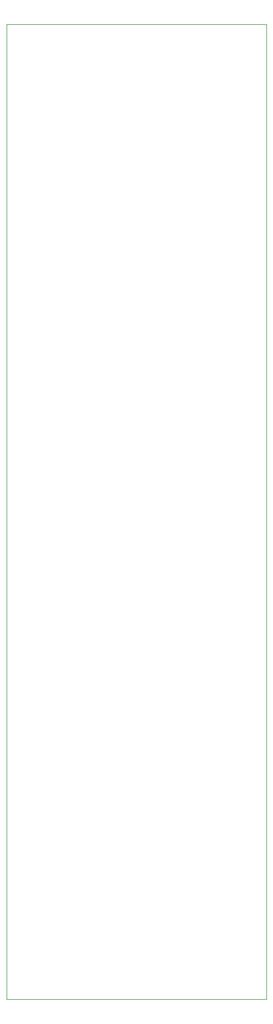
<source format=gbr>
%TF.GenerationSoftware,KiCad,Pcbnew,(6.0.4-0)*%
%TF.CreationDate,2022-07-15T01:30:15+01:00*%
%TF.ProjectId,pc070_aida_hdmi_dp,70633037-305f-4616-9964-615f68646d69,rev?*%
%TF.SameCoordinates,Original*%
%TF.FileFunction,Profile,NP*%
%FSLAX46Y46*%
G04 Gerber Fmt 4.6, Leading zero omitted, Abs format (unit mm)*
G04 Created by KiCad (PCBNEW (6.0.4-0)) date 2022-07-15 01:30:15*
%MOMM*%
%LPD*%
G01*
G04 APERTURE LIST*
%TA.AperFunction,Profile*%
%ADD10C,0.100000*%
%TD*%
G04 APERTURE END LIST*
D10*
X70000000Y-40000000D02*
X110000000Y-40000000D01*
X70000000Y-190000000D02*
X70000000Y-40000000D01*
X110000000Y-190000000D02*
X70000000Y-190000000D01*
X110000000Y-40000000D02*
X110000000Y-190000000D01*
M02*

</source>
